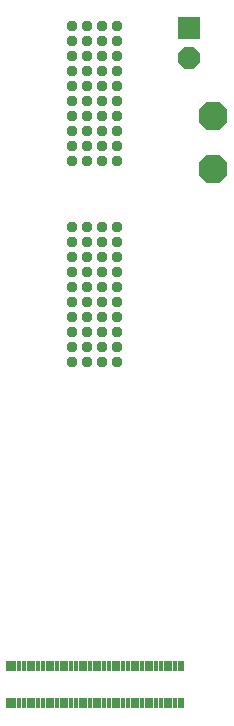
<source format=gbr>
G04 EAGLE Gerber RS-274X export*
G75*
%MOMM*%
%FSLAX34Y34*%
%LPD*%
%INSoldermask Top*%
%IPPOS*%
%AMOC8*
5,1,8,0,0,1.08239X$1,22.5*%
G01*
%ADD10P,0.989737X8X202.500000*%
%ADD11R,0.433200X0.953200*%
%ADD12R,0.553200X0.953200*%
%ADD13P,2.005885X8X292.500000*%
%ADD14R,1.853200X1.853200*%
%ADD15P,2.655319X8X22.500000*%


D10*
X19050Y637150D03*
X6350Y637150D03*
X19050Y624450D03*
X19050Y611750D03*
X19050Y599050D03*
X19050Y586350D03*
X19050Y573650D03*
X19050Y560950D03*
X19050Y548250D03*
X19050Y535550D03*
X19050Y522850D03*
X6350Y624450D03*
X6350Y611750D03*
X6350Y599050D03*
X6350Y586350D03*
X6350Y573650D03*
X6350Y560950D03*
X6350Y548250D03*
X6350Y535550D03*
X6350Y522850D03*
X-6350Y637150D03*
X-6350Y624450D03*
X-6350Y611750D03*
X-6350Y599050D03*
X-6350Y586350D03*
X-6350Y573650D03*
X-6350Y560950D03*
X-6350Y548250D03*
X-6350Y535550D03*
X-6350Y522850D03*
X-19050Y637150D03*
X-19050Y624450D03*
X-19050Y611750D03*
X-19050Y599050D03*
X-19050Y586350D03*
X-19050Y573650D03*
X-19050Y560950D03*
X-19050Y548250D03*
X-19050Y535550D03*
X-19050Y522850D03*
X19050Y807150D03*
X6350Y807150D03*
X19050Y794450D03*
X19050Y781750D03*
X19050Y769050D03*
X19050Y756350D03*
X19050Y743650D03*
X19050Y730950D03*
X19050Y718250D03*
X19050Y705550D03*
X19050Y692850D03*
X6350Y794450D03*
X6350Y781750D03*
X6350Y769050D03*
X6350Y756350D03*
X6350Y743650D03*
X6350Y730950D03*
X6350Y718250D03*
X6350Y705550D03*
X6350Y692850D03*
X-6350Y807150D03*
X-6350Y794450D03*
X-6350Y781750D03*
X-6350Y769050D03*
X-6350Y756350D03*
X-6350Y743650D03*
X-6350Y730950D03*
X-6350Y718250D03*
X-6350Y705550D03*
X-6350Y692850D03*
X-19050Y807150D03*
X-19050Y794450D03*
X-19050Y781750D03*
X-19050Y769050D03*
X-19050Y756350D03*
X-19050Y743650D03*
X-19050Y730950D03*
X-19050Y718250D03*
X-19050Y705550D03*
X-19050Y692850D03*
D11*
X-68000Y234150D03*
X-64000Y234150D03*
X-60000Y234150D03*
X-56000Y234150D03*
X-52000Y234150D03*
X-48000Y234150D03*
X-44000Y234150D03*
X-40000Y234150D03*
X-36000Y234150D03*
X-32000Y234150D03*
X-28000Y234150D03*
X-24000Y234150D03*
X-20000Y234150D03*
X-16000Y234150D03*
X-12000Y234150D03*
X-8000Y234150D03*
X-4000Y234150D03*
X0Y234150D03*
X4000Y234150D03*
X8000Y234150D03*
X12000Y234150D03*
X16000Y234150D03*
X20000Y234150D03*
X24000Y234150D03*
X28000Y234150D03*
X32000Y234150D03*
X36000Y234150D03*
X40000Y234150D03*
X44000Y234150D03*
X48000Y234150D03*
X52000Y234150D03*
X56000Y234150D03*
X60000Y234150D03*
X64000Y234150D03*
X68000Y234150D03*
X68000Y265850D03*
X64000Y265850D03*
X60000Y265850D03*
X56000Y265850D03*
X52000Y265850D03*
X48000Y265850D03*
X44000Y265850D03*
X40000Y265850D03*
X36000Y265850D03*
X32000Y265850D03*
X28000Y265850D03*
X24000Y265850D03*
X20000Y265850D03*
X16000Y265850D03*
X12000Y265850D03*
X8000Y265850D03*
X4000Y265850D03*
X0Y265850D03*
X-4000Y265850D03*
X-8000Y265850D03*
X-12000Y265850D03*
X-16000Y265850D03*
X-20000Y265850D03*
X-24000Y265850D03*
X-28000Y265850D03*
X-32000Y265850D03*
X-36000Y265850D03*
X-40000Y265850D03*
X-44000Y265850D03*
X-48000Y265850D03*
X-52000Y265850D03*
X-56000Y265850D03*
X-60000Y265850D03*
X-64000Y265850D03*
X-68000Y265850D03*
D12*
X72750Y265850D03*
X72750Y234150D03*
X-72750Y234150D03*
X-72750Y265850D03*
D13*
X80000Y780568D03*
D14*
X80000Y805968D03*
D15*
X100000Y685968D03*
X100000Y730968D03*
M02*

</source>
